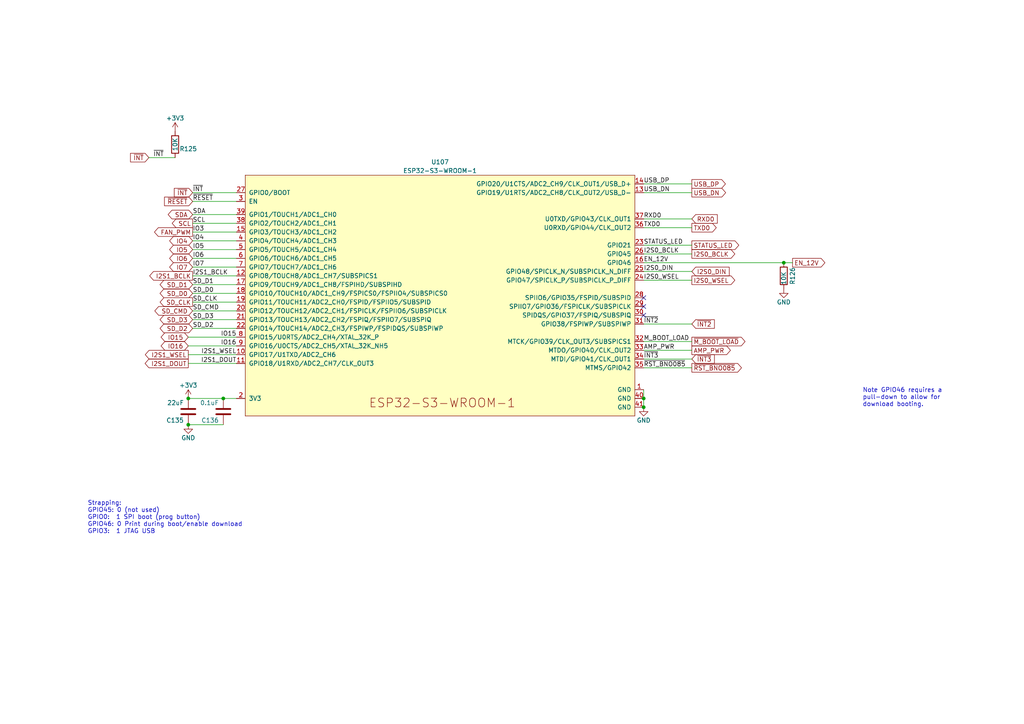
<source format=kicad_sch>
(kicad_sch (version 20211123) (generator eeschema)
  (paper "A4")
  (title_block (date "2022-12-02") (comment 1 "Copyright © 2020-2022 by Aaron Williams"))
  (lib_symbols
    (symbol "Device:C" (pin_numbers hide) (pin_names (offset 0.254))
      (property "Reference" "C" (at 0.635 2.54 0))
      (property "Value" "C" (at 0.635 -2.54 0))
      (symbol "C_0_1"
        (polyline (pts (xy -2.032 -0.762) (xy 2.032 -0.762)) (stroke (width 0.508)))
        (polyline (pts (xy -2.032 0.762) (xy 2.032 0.762)) (stroke (width 0.508)))
      )
      (symbol "C_1_1"
        (pin passive line (at 0 3.81 270) (length 2.794) (name "~") (number "1"))
        (pin passive line (at 0 -3.81 90) (length 2.794) (name "~") (number "2"))
      )
    )
    (symbol "Device:R" (pin_numbers hide) (pin_names (offset 0))
      (property "Reference" "R" (at 2.032 0 90))
      (property "Value" "R" (at 0 0 90))
      (symbol "R_0_1"
        (rectangle (start -1.016 -2.54) (end 1.016 2.54) (stroke (width 0.254)))
      )
      (symbol "R_1_1"
        (pin passive line (at 0 3.81 270) (length 1.27) (name "~") (number "1"))
        (pin passive line (at 0 -3.81 90) (length 1.27) (name "~") (number "2"))
      )
    )
    (symbol "Espressif:ESP32-S3-WROOM-1" (pin_names (offset 1.016))
      (property "Reference" "U" (at 0 35.56 0))
      (property "Value" "ESP32-S3-WROOM-1" (at 0 -36.83 0))
      (symbol "ESP32-S3-WROOM-1_0_0"
        (rectangle (start -57.15 34.29) (end 55.88 -35.56) (fill (type background)))
        (text "ESP32-S3-WROOM-1" (at 0 -31.75 0) (effects (font (size 2.54 2.54))))
        (pin power_in line (at 58.42 -27.94 180) (length 2.54) (name "GND") (number "1"))
        (pin bidirectional line (at -59.69 -17.78 0) (length 2.54) (name "GPIO17/U1TXD/ADC2_CH6") (number "10"))
        (pin bidirectional line (at -59.69 -20.32 0) (length 2.54) (name "GPIO18/U1RXD/ADC2_CH7/CLK_OUT3") (number "11"))
        (pin bidirectional line (at -59.69 5.08 0) (length 2.54) (name "GPIO8/TOUCH8/ADC1_CH7/SUBSPICS1") (number "12"))
        (pin bidirectional line (at 58.42 29.21 180) (length 2.54) (name "GPIO19/U1RTS/ADC2_CH8/CLK_OUT2/USB_D-") (number "13"))
        (pin bidirectional line (at 58.42 31.75 180) (length 2.54) (name "GPIO20/U1CTS/ADC2_CH9/CLK_OUT1/USB_D+") (number "14"))
        (pin bidirectional line (at -59.69 17.78 0) (length 2.54) (name "GPIO3/TOUCH3/ADC1_CH2") (number "15"))
        (pin bidirectional line (at 58.42 8.89 180) (length 2.54) (name "GPIO46") (number "16"))
        (pin bidirectional line (at -59.69 2.54 0) (length 2.54) (name "GPIO9/TOUCH9/ADC1_CH8/FSPIHD/SUBSPIHD") (number "17"))
        (pin bidirectional line (at -59.69 0 0) (length 2.54) (name "GPIO10/TOUCH10/ADC1_CH9/FSPICS0/FSPIIO4/SUBSPICS0") (number "18"))
        (pin bidirectional line (at -59.69 -2.54 0) (length 2.54) (name "GPIO11/TOUCH11/ADC2_CH0/FSPID/FSPIIO5/SUBSPID") (number "19"))
        (pin power_in line (at -59.69 -30.48 0) (length 2.54) (name "3V3") (number "2"))
        (pin bidirectional line (at -59.69 -5.08 0) (length 2.54) (name "GPIO12/TOUCH12/ADC2_CH1/FSPICLK/FSPIIO6/SUBSPICLK") (number "20"))
        (pin bidirectional line (at -59.69 -7.62 0) (length 2.54) (name "GPIO13/TOUCH13/ADC2_CH2/FSPIQ/FSPIIO7/SUBSPIQ") (number "21"))
        (pin bidirectional line (at -59.69 -10.16 0) (length 2.54) (name "GPIO14/TOUCH14/ADC2_CH3/FSPIWP/FSPIDQS/SUBSPIWP") (number "22"))
        (pin bidirectional line (at 58.42 13.97 180) (length 2.54) (name "GPIO21") (number "23"))
        (pin bidirectional line (at 58.42 3.81 180) (length 2.54) (name "GPIO47/SPICLK_P/SUBSPICLK_P_DIFF") (number "24"))
        (pin bidirectional line (at 58.42 6.35 180) (length 2.54) (name "GPIO48/SPICLK_N/SUBSPICLK_N_DIFF") (number "25"))
        (pin bidirectional line (at 58.42 11.43 180) (length 2.54) (name "GPIO45") (number "26"))
        (pin bidirectional line (at -59.69 29.21 0) (length 2.54) (name "GPIO0/BOOT") (number "27"))
        (pin bidirectional line (at 58.42 -1.27 180) (length 2.54) (name "SPIIO6/GPIO35/FSPID/SUBSPID") (number "28"))
        (pin bidirectional line (at 58.42 -3.81 180) (length 2.54) (name "SPIIO7/GPIO36/FSPICLK/SUBSPICLK") (number "29"))
        (pin input line (at -59.69 26.67 0) (length 2.54) (name "EN") (number "3"))
        (pin bidirectional line (at 58.42 -6.35 180) (length 2.54) (name "SPIDQS/GPIO37/FSPIQ/SUBSPIQ") (number "30"))
        (pin bidirectional line (at 58.42 -8.89 180) (length 2.54) (name "GPIO38/FSPIWP/SUBSPIWP") (number "31"))
        (pin bidirectional line (at 58.42 -13.97 180) (length 2.54) (name "MTCK/GPIO39/CLK_OUT3/SUBSPICS1") (number "32"))
        (pin bidirectional line (at 58.42 -16.51 180) (length 2.54) (name "MTDO/GPIO40/CLK_OUT2") (number "33"))
        (pin bidirectional line (at 58.42 -19.05 180) (length 2.54) (name "MTDI/GPIO41/CLK_OUT1") (number "34"))
        (pin bidirectional line (at 58.42 -21.59 180) (length 2.54) (name "MTMS/GPIO42") (number "35"))
        (pin bidirectional line (at 58.42 19.05 180) (length 2.54) (name "U0RXD/GPIO44/CLK_OUT2") (number "36"))
        (pin bidirectional line (at 58.42 21.59 180) (length 2.54) (name "U0TXD/GPIO43/CLK_OUT1") (number "37"))
        (pin bidirectional line (at -59.69 20.32 0) (length 2.54) (name "GPIO2/TOUCH2/ADC1_CH1") (number "38"))
        (pin bidirectional line (at -59.69 22.86 0) (length 2.54) (name "GPIO1/TOUCH1/ADC1_CH0") (number "39"))
        (pin bidirectional line (at -59.69 15.24 0) (length 2.54) (name "GPIO4/TOUCH4/ADC1_CH3") (number "4"))
        (pin power_in line (at 58.42 -30.48 180) (length 2.54) (name "GND") (number "40"))
        (pin power_in line (at 58.42 -33.02 180) (length 2.54) (name "GND") (number "41"))
        (pin bidirectional line (at -59.69 12.7 0) (length 2.54) (name "GPIO5/TOUCH5/ADC1_CH4") (number "5"))
        (pin bidirectional line (at -59.69 10.16 0) (length 2.54) (name "GPIO6/TOUCH6/ADC1_CH5") (number "6"))
        (pin bidirectional line (at -59.69 7.62 0) (length 2.54) (name "GPIO7/TOUCH7/ADC1_CH6") (number "7"))
        (pin bidirectional line (at -59.69 -12.7 0) (length 2.54) (name "GPIO15/U0RTS/ADC2_CH4/XTAL_32K_P") (number "8"))
        (pin bidirectional line (at -59.69 -15.24 0) (length 2.54) (name "GPIO16/U0CTS/ADC2_CH5/XTAL_32K_NH5") (number "9"))
      )
    )
    (symbol "power:+3.3V" (power) (pin_names (offset 0))
      (property "Value" "+3.3V" (at 0 3.556 0))
      (symbol "+3.3V_0_1"
        (polyline (pts (xy -0.762 1.27) (xy 0 2.54)))
        (polyline (pts (xy 0 0) (xy 0 2.54)))
        (polyline (pts (xy 0 2.54) (xy 0.762 1.27)))
      )
      (symbol "+3.3V_1_1"
        (pin power_in line (at 0 0 90) (length 0) hide (name "+3V3") (number "1"))
      )
    )
    (symbol "power:GND" (power) (pin_names (offset 0))
      (property "Value" "GND" (at 0 -3.81 0))
      (symbol "GND_0_1"
        (polyline (pts (xy 0 0) (xy 0 -1.27) (xy 1.27 -1.27) (xy 0 -2.54) (xy -1.27 -1.27) (xy 0 -1.27)))
      )
      (symbol "GND_1_1"
        (pin power_in line (at 0 0 270) (length 0) hide (name "GND") (number "1"))
      )
    )
  )
  (junction (at 54.61 123.19))
  (junction (at 227.33 76.2))
  (junction (at 64.77 115.57))
  (junction (at 186.69 118.11))
  (junction (at 186.69 115.57))
  (junction (at 54.61 115.57))
  (no_connect (at 186.69 91.44))
  (no_connect (at 186.69 88.9))
  (no_connect (at 186.69 86.36))
  (wire (pts (xy 55.88 82.55) (xy 68.58 82.55)))
  (wire (pts (xy 54.61 105.41) (xy 68.58 105.41)))
  (wire (pts (xy 55.88 72.39) (xy 68.58 72.39)))
  (wire (pts (xy 186.69 99.06) (xy 200.66 99.06)))
  (wire (pts (xy 55.88 80.01) (xy 68.58 80.01)))
  (wire (pts (xy 186.69 104.14) (xy 200.66 104.14)))
  (wire (pts (xy 186.69 71.12) (xy 200.66 71.12)))
  (wire (pts (xy 186.69 81.28) (xy 200.66 81.28)))
  (wire (pts (xy 68.58 97.79) (xy 54.61 97.79)))
  (wire (pts (xy 186.69 55.88) (xy 200.66 55.88)))
  (wire (pts (xy 186.69 115.57) (xy 186.69 118.11)))
  (wire (pts (xy 186.69 106.68) (xy 200.66 106.68)))
  (wire (pts (xy 55.88 90.17) (xy 68.58 90.17)))
  (wire (pts (xy 186.69 101.6) (xy 200.66 101.6)))
  (wire (pts (xy 55.88 67.31) (xy 68.58 67.31)))
  (wire (pts (xy 55.88 95.25) (xy 68.58 95.25)))
  (wire (pts (xy 55.88 74.93) (xy 68.58 74.93)))
  (wire (pts (xy 186.69 76.2) (xy 227.33 76.2)))
  (wire (pts (xy 186.69 93.98) (xy 200.66 93.98)))
  (wire (pts (xy 55.88 77.47) (xy 68.58 77.47)))
  (wire (pts (xy 64.77 115.57) (xy 68.58 115.57)))
  (wire (pts (xy 54.61 115.57) (xy 64.77 115.57)))
  (wire (pts (xy 55.88 62.23) (xy 68.58 62.23)))
  (wire (pts (xy 186.69 63.5) (xy 200.66 63.5)))
  (wire (pts (xy 186.69 53.34) (xy 200.66 53.34)))
  (wire (pts (xy 55.88 58.42) (xy 68.58 58.42)))
  (wire (pts (xy 55.88 87.63) (xy 68.58 87.63)))
  (wire (pts (xy 55.88 55.88) (xy 68.58 55.88)))
  (wire (pts (xy 55.88 64.77) (xy 68.58 64.77)))
  (wire (pts (xy 186.69 66.04) (xy 200.66 66.04)))
  (wire (pts (xy 55.88 69.85) (xy 68.58 69.85)))
  (wire (pts (xy 55.88 92.71) (xy 68.58 92.71)))
  (wire (pts (xy 186.69 73.66) (xy 200.66 73.66)))
  (wire (pts (xy 55.88 85.09) (xy 68.58 85.09)))
  (wire (pts (xy 68.58 102.87) (xy 54.61 102.87)))
  (wire (pts (xy 43.18 45.72) (xy 50.8 45.72)))
  (wire (pts (xy 64.77 123.19) (xy 54.61 123.19)))
  (wire (pts (xy 186.69 78.74) (xy 200.66 78.74)))
  (wire (pts (xy 68.58 100.33) (xy 54.61 100.33)))
  (wire (pts (xy 227.33 76.2) (xy 229.87 76.2)))
  (wire (pts (xy 186.69 113.03) (xy 186.69 115.57)))
  (text "Strapping:\nGPIO45: 0 (not used)\nGPIO0:  1 SPI boot (prog button)\nGPIO46: 0 Print during boot/enable download\nGPIO3:  1 JTAG USB" (at 25.4 154.94 0) (effects (font (size 1.27 1.27)) (justify left bottom)))
  (text "Note GPIO46 requires a\npull-down to allow for\ndownload booting." (at 250.19 118.11 0) (effects (font (size 1.27 1.27)) (justify left bottom)))
  (label "TXD0" (at 186.69 66.04 0))
  (label "AMP_PWR" (at 186.69 101.6 0))
  (label "~{INT2}" (at 186.69 93.98 0))
  (label "IO15" (at 68.58 97.79 180))
  (label "SD_D0" (at 55.88 85.09 0))
  (label "IO7" (at 55.88 77.47 0))
  (label "IO5" (at 55.88 72.39 0))
  (label "SD_D2" (at 55.88 95.25 0))
  (label "IO6" (at 55.88 74.93 0))
  (label "I2S0_DIN" (at 186.69 78.74 0))
  (label "USB_DN" (at 186.69 55.88 0))
  (label "EN_12V" (at 186.69 76.2 0))
  (label "~{RST_BNO085}" (at 186.69 106.68 0))
  (label "SD_D3" (at 55.88 92.71 0))
  (label "M_BOOT_LOAD" (at 186.69 99.06 0))
  (label "RXD0" (at 186.69 63.5 0))
  (label "I2S1_DOUT" (at 68.58 105.41 180))
  (label "I2S0_BCLK" (at 186.69 73.66 0))
  (label "STATUS_LED" (at 186.69 71.12 0))
  (label "IO3" (at 55.88 67.31 0))
  (label "USB_DP" (at 186.69 53.34 0))
  (label "~{RESET}" (at 55.88 58.42 0))
  (label "SCL" (at 55.88 64.77 0))
  (label "~{INT}" (at 55.88 55.88 0))
  (label "I2S0_WSEL" (at 186.69 81.28 0))
  (label "~{INT3}" (at 186.69 104.14 0))
  (label "IO4" (at 55.88 69.85 0))
  (label "SDA" (at 55.88 62.23 0))
  (label "I2S1_BCLK" (at 55.88 80.01 0))
  (label "IO16" (at 68.58 100.33 180))
  (label "I2S1_WSEL" (at 68.58 102.87 180))
  (label "SD_CLK" (at 55.88 87.63 0))
  (label "~{INT}" (at 44.45 45.72 0))
  (label "SD_D1" (at 55.88 82.55 0))
  (label "SD_CMD" (at 55.88 90.17 0))
  (global_label "TXD0" (shape output) (at 200.66 66.04 0) (property "Intersheet References" "${INTERSHEET_REFS}" (effects hide)))
  (global_label "~{INT}" (shape input) (at 43.18 45.72 180) (property "Intersheet References" "${INTERSHEET_REFS}" (effects hide)))
  (global_label "SD_D0" (shape bidirectional) (at 55.88 85.09 180) (property "Intersheet References" "${INTERSHEET_REFS}" (effects hide)))
  (global_label "~{M_BOOT_LOAD}" (shape output) (at 200.66 99.06 0) (property "Intersheet References" "${INTERSHEET_REFS}" (effects hide)))
  (global_label "IO6" (shape bidirectional) (at 55.88 74.93 180) (property "Intersheet References" "${INTERSHEET_REFS}" (effects hide)))
  (global_label "SD_D1" (shape bidirectional) (at 55.88 82.55 180) (property "Intersheet References" "${INTERSHEET_REFS}" (effects hide)))
  (global_label "~{INT2}" (shape input) (at 200.66 93.98 0) (property "Intersheet References" "${INTERSHEET_REFS}" (effects hide)))
  (global_label "IO7" (shape bidirectional) (at 55.88 77.47 180) (property "Intersheet References" "${INTERSHEET_REFS}" (effects hide)))
  (global_label "SD_D3" (shape bidirectional) (at 55.88 92.71 180) (property "Intersheet References" "${INTERSHEET_REFS}" (effects hide)))
  (global_label "SD_CMD" (shape bidirectional) (at 55.88 90.17 180) (property "Intersheet References" "${INTERSHEET_REFS}" (effects hide)))
  (global_label "SCL" (shape output) (at 55.88 64.77 180) (property "Intersheet References" "${INTERSHEET_REFS}" (effects hide)))
  (global_label "IO5" (shape bidirectional) (at 55.88 72.39 180) (property "Intersheet References" "${INTERSHEET_REFS}" (effects hide)))
  (global_label "IO16" (shape bidirectional) (at 54.61 100.33 180) (property "Intersheet References" "${INTERSHEET_REFS}" (effects hide)))
  (global_label "SD_D2" (shape bidirectional) (at 55.88 95.25 180) (property "Intersheet References" "${INTERSHEET_REFS}" (effects hide)))
  (global_label "I2S1_BCLK" (shape output) (at 55.88 80.01 180) (property "Intersheet References" "${INTERSHEET_REFS}" (effects hide)))
  (global_label "EN_12V" (shape output) (at 229.87 76.2 0) (property "Intersheet References" "${INTERSHEET_REFS}" (effects hide)))
  (global_label "~{RESET}" (shape input) (at 55.88 58.42 180) (property "Intersheet References" "${INTERSHEET_REFS}" (effects hide)))
  (global_label "IO4" (shape bidirectional) (at 55.88 69.85 180) (property "Intersheet References" "${INTERSHEET_REFS}" (effects hide)))
  (global_label "I2S0_BCLK" (shape output) (at 200.66 73.66 0) (property "Intersheet References" "${INTERSHEET_REFS}" (effects hide)))
  (global_label "I2S1_WSEL" (shape output) (at 54.61 102.87 180) (property "Intersheet References" "${INTERSHEET_REFS}" (effects hide)))
  (global_label "~{INT3}" (shape input) (at 200.66 104.14 0) (property "Intersheet References" "${INTERSHEET_REFS}" (effects hide)))
  (global_label "I2S0_WSEL" (shape output) (at 200.66 81.28 0) (property "Intersheet References" "${INTERSHEET_REFS}" (effects hide)))
  (global_label "IO15" (shape bidirectional) (at 54.61 97.79 180) (property "Intersheet References" "${INTERSHEET_REFS}" (effects hide)))
  (global_label "I2S1_DOUT" (shape output) (at 54.61 105.41 180) (property "Intersheet References" "${INTERSHEET_REFS}" (effects hide)))
  (global_label "RXD0" (shape input) (at 200.66 63.5 0) (property "Intersheet References" "${INTERSHEET_REFS}" (effects hide)))
  (global_label "AMP_PWR" (shape output) (at 200.66 101.6 0) (property "Intersheet References" "${INTERSHEET_REFS}" (effects hide)))
  (global_label "I2S0_DIN" (shape input) (at 200.66 78.74 0) (property "Intersheet References" "${INTERSHEET_REFS}" (effects hide)))
  (global_label "SDA" (shape bidirectional) (at 55.88 62.23 180) (property "Intersheet References" "${INTERSHEET_REFS}" (effects hide)))
  (global_label "USB_DP" (shape output) (at 200.66 53.34 0) (property "Intersheet References" "${INTERSHEET_REFS}" (effects hide)))
  (global_label "SD_CLK" (shape output) (at 55.88 87.63 180) (property "Intersheet References" "${INTERSHEET_REFS}" (effects hide)))
  (global_label "FAN_PWM" (shape output) (at 55.88 67.31 180) (property "Intersheet References" "${INTERSHEET_REFS}" (effects hide)))
  (global_label "~{RST_BNO085}" (shape output) (at 200.66 106.68 0) (property "Intersheet References" "${INTERSHEET_REFS}" (effects hide)))
  (global_label "~{INT}" (shape input) (at 55.88 55.88 180) (property "Intersheet References" "${INTERSHEET_REFS}" (effects hide)))
  (global_label "USB_DN" (shape output) (at 200.66 55.88 0) (property "Intersheet References" "${INTERSHEET_REFS}" (effects hide)))
  (global_label "STATUS_LED" (shape output) (at 200.66 71.12 0) (property "Intersheet References" "${INTERSHEET_REFS}" (effects hide)))
  (symbol (lib_id "Espressif:ESP32-S3-WROOM-1") (at 128.27 85.09 0) (unit 1)
    (property "Reference" "U107" (at 127.635 46.99 0))
    (property "Value" "ESP32-S3-WROOM-1" (at 127.635 49.53 0))
    (property "Footprint" "Espressif:ESP32-S3-WROOM-1" (effects hide))
    (property "Datasheet" "https://www.espressif.com/sites/default/files/documentation/esp32-s3-wroom-1_wroom-1u_datasheet_en.pdf" (effects hide))
    (property "MFR" "Espressif Systems" (effects hide))
    (property "MPN" "ESP32-S3-WROOM-1-N16R8" (effects hide))
    (property "SPR" "Digikey" (effects hide))
    (property "SPN" "1965-ESP32-S3-WROOM-1-N16R8CT-ND" (effects hide))
    (property "SPURL" "https://www.digikey.com/en/products/detail/espressif-systems/ESP32-S3-WROOM-1-N16R8/16162642" (effects hide))
    (property "Description" "Bluetooth, WiFi 802.11b/g/n, Bluetooth v5.0 Transceiver Module 2.4GHz PCB Trace Surface Mount" (effects hide))
  )
  (symbol (lib_id "Device:R") (at 227.33 80.01 180) (unit 1)
    (property "Reference" "R126" (at 229.87 77.47 90) (effects (justify left)))
    (property "Value" "10K" (at 227.33 78.74 90) (effects (justify left)))
    (property "Footprint" "Resistor_SMD:R_0402_1005Metric" (effects hide))
    (property "MFR" "YAGEO" (effects hide))
    (property "MPN" "RC0402FR-0710KL" (effects hide))
    (property "SPR" "Digikey" (effects hide))
    (property "SPN" "311-10.0KLRCT-ND" (effects hide))
    (property "SPURL" "https://www.digikey.com/en/products/detail/yageo/RC0402FR-0710KL/726523" (effects hide))
    (property "DESC" "10 kOhms ±1% 0.063W, 1/16W Chip Resistor 0402 (1005 Metric) Moisture Resistant Thick Film" (effects hide))
    (property "Description" "10 kOhms ±1% 0.063W, 1/16W Chip Resistor 0402 (1005 Metric) Moisture Resistant Thick Film" (effects hide))
    (property "Digi-Key_PN" "311-10.0KLRCT-ND" (effects hide))
    (property "MANUFACTURER" "YAGEO" (effects hide))
    (property "Manufacturer" "YAGEO" (effects hide))
    (property "Manufacturer Part Number" "RC0402FR-0710KL" (effects hide))
  )
  (symbol (lib_id "power:GND") (at 186.69 118.11 0) (mirror y) (unit 1)
    (property "Reference" "#PWR0177" (effects hide))
    (property "Value" "GND" (at 186.69 121.92 0))
  )
  (symbol (lib_id "power:+3.3V") (at 54.61 115.57 0) (mirror y) (unit 1)
    (property "Reference" "#PWR0176" (effects hide))
    (property "Value" "+3.3V" (at 54.61 111.76 0))
  )
  (symbol (lib_id "power:GND") (at 54.61 123.19 0) (mirror y) (unit 1)
    (property "Reference" "#PWR0178" (effects hide))
    (property "Value" "GND" (at 54.61 127 0))
  )
  (symbol (lib_id "power:GND") (at 227.33 83.82 0) (unit 1)
    (property "Reference" "#PWR0175" (effects hide))
    (property "Value" "GND" (at 227.33 87.63 0))
  )
  (symbol (lib_id "power:+3.3V") (at 50.8 38.1 0) (unit 1)
    (property "Reference" "#PWR0174" (effects hide))
    (property "Value" "+3.3V" (at 50.8 34.29 0))
  )
  (symbol (lib_id "Device:C") (at 64.77 119.38 0) (mirror y) (unit 1)
    (property "Reference" "C136" (at 63.5 121.92 0) (effects (justify left)))
    (property "Value" "0.1uF" (at 63.5 116.84 0) (effects (justify left)))
    (property "Footprint" "Capacitor_SMD:C_0402_1005Metric" (effects hide))
    (property "SPR" "Digikey" (effects hide))
  )
  (symbol (lib_id "Device:R") (at 50.8 41.91 180) (unit 1)
    (property "Reference" "R125" (at 54.61 43.18 0))
    (property "Value" "10K" (at 50.8 41.91 90))
    (property "Footprint" "Resistor_SMD:R_0402_1005Metric" (effects hide))
    (property "MFR" "YAGEO" (effects hide))
    (property "MPN" "RC0402FR-0710KL" (effects hide))
    (property "SPR" "Digikey" (effects hide))
    (property "SPN" "311-10.0KLRCT-ND" (effects hide))
    (property "SPURL" "https://www.digikey.com/en/products/detail/yageo/RC0402FR-0710KL/726523" (effects hide))
    (property "DESC" "10 kOhms ±1% 0.063W, 1/16W Chip Resistor 0402 (1005 Metric) Moisture Resistant Thick Film" (effects hide))
    (property "Description" "10 kOhms ±1% 0.063W, 1/16W Chip Resistor 0402 (1005 Metric) Moisture Resistant Thick Film" (effects hide))
    (property "Digi-Key_PN" "311-10.0KLRCT-ND" (effects hide))
    (property "MANUFACTURER" "YAGEO" (effects hide))
    (property "Manufacturer" "YAGEO" (effects hide))
    (property "Manufacturer Part Number" "RC0402FR-0710KL" (effects hide))
  )
  (symbol (lib_id "Device:C") (at 54.61 119.38 0) (mirror y) (unit 1)
    (property "Reference" "C135" (at 53.34 121.92 0) (effects (justify left)))
    (property "Value" "22uF" (at 53.34 116.84 0) (effects (justify left)))
    (property "Footprint" "Capacitor_SMD:C_0603_1608Metric" (effects hide))
    (property "Datasheet" "https://media.digikey.com/pdf/Data%20Sheets/Samsung%20PDFs/CL10A226MO7JZNC_Spec.pdf" (effects hide))
    (property "SPR" "Digikey" (effects hide))
    (property "DESC" "22 µF ±20% 16V Ceramic Capacitor X5R 0603 (1608 Metric)" (effects hide))
    (property "DK_Datasheet_Link" "https://media.digikey.com/pdf/Data%20Sheets/Samsung%20PDFs/CL10A226MO7JZNC_Spec.pdf" (effects hide))
    (property "DK_Detail_Page" "https://www.digikey.com/en/products/detail/samsung-electro-mechanics/CL10A226MO7JZNC/7320581" (effects hide))
    (property "Description" "22 µF ±20% 16V Ceramic Capacitor X5R 0603 (1608 Metric)" (effects hide))
    (property "Digi-Key_PN" "1276-7076-1-ND" (effects hide))
    (property "MANUFACTURER" "Samsung Electro-Mechanics" (effects hide))
    (property "MFR" "Samsung Electro-Mechanics" (effects hide))
    (property "MPN" "CL10A226MO7JZNC" (effects hide))
    (property "Manufacturer" "Samsung Electro-Mechanics" (effects hide))
    (property "SPN" "1276-7076-1-ND" (effects hide))
    (property "SPURL" "https://www.digikey.com/en/products/detail/samsung-electro-mechanics/CL10A226MO7JZNC/7320581" (effects hide))
  )
)
</source>
